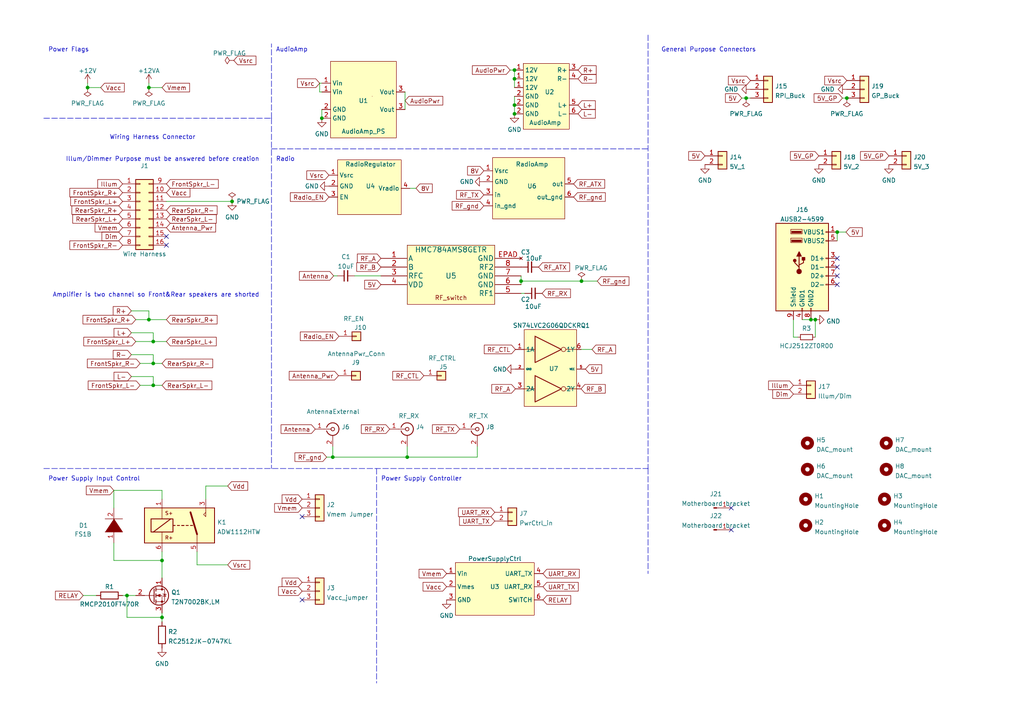
<source format=kicad_sch>
(kicad_sch (version 20211123) (generator eeschema)
  (paper "A4")
  (lib_symbols
    (symbol "Connector:Conn_01x01_Male" (pin_names (offset 1.016) hide)
      (property "Reference" "J" (at 0 2.54 0))
      (property "Value" "Conn_01x01_Male" (at 0 -2.54 0))
      (symbol "Conn_01x01_Male_1_1"
        (polyline (pts (xy 1.27 0) (xy 0.8636 0)) (stroke (width 0.1524)))
        (rectangle (start 0.8636 0.127) (end 0 -0.127) (stroke (width 0.1524)) (fill (type outline)))
        (pin passive line (at 5.08 0 180) (length 3.81) (name "Pin_1") (number "1"))
      )
    )
    (symbol "Connector:Conn_Coaxial" (pin_names (offset 1.016) hide)
      (property "Reference" "J" (at 0.254 3.048 0))
      (property "Value" "Conn_Coaxial" (at 2.921 0 90))
      (symbol "Conn_Coaxial_0_1"
        (arc (start -1.778 -0.508) (mid 0.222 -1.808) (end 1.778 0) (stroke (width 0.254)))
        (polyline (pts (xy -2.54 0) (xy -0.508 0)))
        (polyline (pts (xy 0 -2.54) (xy 0 -1.778)))
        (circle (center 0 0) (radius 0.508) (stroke (width 0.2032)))
        (arc (start 1.778 0) (mid 0.222 1.8083) (end -1.778 0.508) (stroke (width 0.254)))
      )
      (symbol "Conn_Coaxial_1_1"
        (pin passive line (at -5.08 0 0) (length 2.54) (name "In") (number "1"))
        (pin passive line (at 0 -5.08 90) (length 2.54) (name "Ext") (number "2"))
      )
    )
    (symbol "Connector:USB_A_Stacked" (pin_names (offset 1.016))
      (property "Reference" "J" (at 0 15.875 0))
      (property "Value" "USB_A_Stacked" (at 0 13.97 0))
      (symbol "USB_A_Stacked_0_1"
        (rectangle (start -7.62 12.7) (end 7.62 -12.7) (stroke (width 0.254)) (fill (type background)))
        (circle (center -2.159 1.905) (radius 0.381) (stroke (width 0.254)) (fill (type outline)))
        (circle (center -0.889 -1.27) (radius 0.635) (stroke (width 0.254)) (fill (type outline)))
        (rectangle (start -0.254 7.366) (end -3.048 7.874) (fill (type outline)))
        (rectangle (start -0.254 9.906) (end -3.048 10.414) (fill (type outline)))
        (rectangle (start -0.127 -12.7) (end 0.127 -11.938))
        (polyline (pts (xy -1.524 3.175) (xy -0.254 3.175) (xy -0.889 4.445) (xy -1.524 3.175)) (stroke (width 0.254)) (fill (type outline)))
        (polyline (pts (xy -0.889 -0.635) (xy -0.889 0) (xy -2.159 1.27) (xy -2.159 1.905)) (stroke (width 0.254)))
        (polyline (pts (xy -0.889 0) (xy -0.889 0.635) (xy 0.381 1.27) (xy 0.381 2.54)) (stroke (width 0.254)))
        (rectangle (start 0 2.794) (end 0.762 2.032) (stroke (width 0.254)) (fill (type outline)))
        (rectangle (start 0 7.112) (end -3.302 8.382))
        (rectangle (start 0 9.652) (end -3.302 10.922))
        (rectangle (start 2.413 -12.7) (end 2.667 -11.938))
        (rectangle (start 7.62 -5.207) (end 6.858 -4.953))
        (rectangle (start 7.62 -2.667) (end 6.858 -2.413))
        (rectangle (start 7.62 -0.127) (end 6.858 0.127))
        (rectangle (start 7.62 2.413) (end 6.858 2.667))
        (rectangle (start 7.62 7.493) (end 6.858 7.747))
        (rectangle (start 7.62 10.033) (end 6.858 10.287))
      )
      (symbol "USB_A_Stacked_1_1"
        (polyline (pts (xy -0.889 0.635) (xy -0.889 3.175)) (stroke (width 0.254)))
        (pin power_in line (at 10.16 10.16 180) (length 2.54) (name "VBUS1") (number "1"))
        (pin bidirectional line (at 10.16 0 180) (length 2.54) (name "D1-") (number "2"))
        (pin bidirectional line (at 10.16 2.54 180) (length 2.54) (name "D1+") (number "3"))
        (pin power_in line (at 0 -15.24 90) (length 2.54) (name "GND1") (number "4"))
        (pin power_in line (at 10.16 7.62 180) (length 2.54) (name "VBUS2") (number "5"))
        (pin bidirectional line (at 10.16 -5.08 180) (length 2.54) (name "D2-") (number "6"))
        (pin bidirectional line (at 10.16 -2.54 180) (length 2.54) (name "D2+") (number "7"))
        (pin power_in line (at 2.54 -15.24 90) (length 2.54) (name "GND2") (number "8"))
        (pin passive line (at -2.54 -15.24 90) (length 2.54) (name "Shield") (number "9"))
      )
    )
    (symbol "Connector_Generic:Conn_01x01" (pin_names (offset 1.016) hide)
      (property "Reference" "J" (at 0 2.54 0))
      (property "Value" "Conn_01x01" (at 0 -2.54 0))
      (symbol "Conn_01x01_1_1"
        (rectangle (start -1.27 0.127) (end 0 -0.127) (stroke (width 0.1524)))
        (rectangle (start -1.27 1.27) (end 1.27 -1.27) (stroke (width 0.254)) (fill (type background)))
        (pin passive line (at -5.08 0 0) (length 3.81) (name "Pin_1") (number "1"))
      )
    )
    (symbol "Connector_Generic:Conn_01x02" (pin_names (offset 1.016) hide)
      (property "Reference" "J" (at 0 2.54 0))
      (property "Value" "Conn_01x02" (at 0 -5.08 0))
      (symbol "Conn_01x02_1_1"
        (rectangle (start -1.27 -2.413) (end 0 -2.667) (stroke (width 0.1524)))
        (rectangle (start -1.27 0.127) (end 0 -0.127) (stroke (width 0.1524)))
        (rectangle (start -1.27 1.27) (end 1.27 -3.81) (stroke (width 0.254)) (fill (type background)))
        (pin passive line (at -5.08 0 0) (length 3.81) (name "Pin_1") (number "1"))
        (pin passive line (at -5.08 -2.54 0) (length 3.81) (name "Pin_2") (number "2"))
      )
    )
    (symbol "Connector_Generic:Conn_01x03" (pin_names (offset 1.016) hide)
      (property "Reference" "J" (at 0 5.08 0))
      (property "Value" "Conn_01x03" (at 0 -5.08 0))
      (symbol "Conn_01x03_1_1"
        (rectangle (start -1.27 -2.413) (end 0 -2.667) (stroke (width 0.1524)))
        (rectangle (start -1.27 0.127) (end 0 -0.127) (stroke (width 0.1524)))
        (rectangle (start -1.27 2.667) (end 0 2.413) (stroke (width 0.1524)))
        (rectangle (start -1.27 3.81) (end 1.27 -3.81) (stroke (width 0.254)) (fill (type background)))
        (pin passive line (at -5.08 2.54 0) (length 3.81) (name "Pin_1") (number "1"))
        (pin passive line (at -5.08 0 0) (length 3.81) (name "Pin_2") (number "2"))
        (pin passive line (at -5.08 -2.54 0) (length 3.81) (name "Pin_3") (number "3"))
      )
    )
    (symbol "Connector_Generic:Conn_02x08_Top_Bottom" (pin_names (offset 1.016) hide)
      (property "Reference" "J" (at 1.27 10.16 0))
      (property "Value" "Conn_02x08_Top_Bottom" (at 1.27 -12.7 0))
      (symbol "Conn_02x08_Top_Bottom_1_1"
        (rectangle (start -1.27 -10.033) (end 0 -10.287) (stroke (width 0.1524)))
        (rectangle (start -1.27 -7.493) (end 0 -7.747) (stroke (width 0.1524)))
        (rectangle (start -1.27 -4.953) (end 0 -5.207) (stroke (width 0.1524)))
        (rectangle (start -1.27 -2.413) (end 0 -2.667) (stroke (width 0.1524)))
        (rectangle (start -1.27 0.127) (end 0 -0.127) (stroke (width 0.1524)))
        (rectangle (start -1.27 2.667) (end 0 2.413) (stroke (width 0.1524)))
        (rectangle (start -1.27 5.207) (end 0 4.953) (stroke (width 0.1524)))
        (rectangle (start -1.27 7.747) (end 0 7.493) (stroke (width 0.1524)))
        (rectangle (start -1.27 8.89) (end 3.81 -11.43) (stroke (width 0.254)) (fill (type background)))
        (rectangle (start 3.81 -10.033) (end 2.54 -10.287) (stroke (width 0.1524)))
        (rectangle (start 3.81 -7.493) (end 2.54 -7.747) (stroke (width 0.1524)))
        (rectangle (start 3.81 -4.953) (end 2.54 -5.207) (stroke (width 0.1524)))
        (rectangle (start 3.81 -2.413) (end 2.54 -2.667) (stroke (width 0.1524)))
        (rectangle (start 3.81 0.127) (end 2.54 -0.127) (stroke (width 0.1524)))
        (rectangle (start 3.81 2.667) (end 2.54 2.413) (stroke (width 0.1524)))
        (rectangle (start 3.81 5.207) (end 2.54 4.953) (stroke (width 0.1524)))
        (rectangle (start 3.81 7.747) (end 2.54 7.493) (stroke (width 0.1524)))
        (pin passive line (at -5.08 7.62 0) (length 3.81) (name "Pin_1") (number "1"))
        (pin passive line (at 7.62 5.08 180) (length 3.81) (name "Pin_10") (number "10"))
        (pin passive line (at 7.62 2.54 180) (length 3.81) (name "Pin_11") (number "11"))
        (pin passive line (at 7.62 0 180) (length 3.81) (name "Pin_12") (number "12"))
        (pin passive line (at 7.62 -2.54 180) (length 3.81) (name "Pin_13") (number "13"))
        (pin passive line (at 7.62 -5.08 180) (length 3.81) (name "Pin_14") (number "14"))
        (pin passive line (at 7.62 -7.62 180) (length 3.81) (name "Pin_15") (number "15"))
        (pin passive line (at 7.62 -10.16 180) (length 3.81) (name "Pin_16") (number "16"))
        (pin passive line (at -5.08 5.08 0) (length 3.81) (name "Pin_2") (number "2"))
        (pin passive line (at -5.08 2.54 0) (length 3.81) (name "Pin_3") (number "3"))
        (pin passive line (at -5.08 0 0) (length 3.81) (name "Pin_4") (number "4"))
        (pin passive line (at -5.08 -2.54 0) (length 3.81) (name "Pin_5") (number "5"))
        (pin passive line (at -5.08 -5.08 0) (length 3.81) (name "Pin_6") (number "6"))
        (pin passive line (at -5.08 -7.62 0) (length 3.81) (name "Pin_7") (number "7"))
        (pin passive line (at -5.08 -10.16 0) (length 3.81) (name "Pin_8") (number "8"))
        (pin passive line (at 7.62 7.62 180) (length 3.81) (name "Pin_9") (number "9"))
      )
    )
    (symbol "Custom:AudioAmp"
      (property "Reference" "U" (at 0 8.89 0))
      (property "Value" "AudioAmp" (at 0 -9.525 0))
      (symbol "AudioAmp_0_1"
        (rectangle (start -6.35 8.255) (end 6.985 -10.795) (stroke (width 0.1524)) (fill (type background)))
      )
      (symbol "AudioAmp_1_1"
        (pin power_in line (at -8.89 1.27 0) (length 2.54) (name "12V") (number "1"))
        (pin power_in line (at -8.89 3.81 0) (length 2.54) (name "12V") (number "1"))
        (pin power_in line (at -8.89 6.35 0) (length 2.54) (name "12V") (number "1"))
        (pin power_in line (at -8.89 -6.35 0) (length 2.54) (name "GND") (number "2"))
        (pin power_in line (at -8.89 -3.81 0) (length 2.54) (name "GND") (number "2"))
        (pin power_in line (at -8.89 -1.27 0) (length 2.54) (name "GND") (number "2"))
        (pin unspecified line (at 9.525 6.35 180) (length 2.54) (name "R+") (number "3"))
        (pin unspecified line (at 9.525 3.81 180) (length 2.54) (name "R-") (number "4"))
        (pin unspecified line (at 9.525 -3.81 180) (length 2.54) (name "L+") (number "5"))
        (pin unspecified line (at 9.525 -6.35 180) (length 2.54) (name "L-") (number "6"))
      )
    )
    (symbol "Custom:AudioAmp_PS"
      (property "Reference" "U" (at 0 9.525 0))
      (property "Value" "AudioAmp_PS" (at -0.635 -8.255 0))
      (symbol "AudioAmp_PS_0_1"
        (rectangle (start -9.525 11.43) (end 9.525 -10.795) (stroke (width 0.1524)) (fill (type background)))
        (rectangle (start 2.54 1.27) (end 2.54 1.27) (stroke (width 0.1524)))
      )
      (symbol "AudioAmp_PS_1_1"
        (pin power_in line (at -12.065 2.54 0) (length 2.54) (name "Vin") (number "1"))
        (pin power_in line (at -12.065 5.08 0) (length 2.54) (name "Vin") (number "1"))
        (pin power_in line (at -12.065 -5.08 0) (length 2.54) (name "GND") (number "2"))
        (pin power_in line (at -12.065 -2.54 0) (length 2.54) (name "GND") (number "2"))
        (pin power_in line (at 12.065 -2.54 180) (length 2.54) (name "Vout") (number "3"))
        (pin power_out line (at 12.065 2.54 180) (length 2.54) (name "Vout") (number "3"))
      )
    )
    (symbol "Custom:HMC784AMS8GETR" (pin_names (offset 0.254))
      (property "Reference" "U5" (at 20.32 -5.08 0))
      (property "Value" "HMC784AMS8GETR" (at 20.32 2.54 0))
      (symbol "HMC784AMS8GETR_0_0"
        (text "RF_switch" (at 20.32 -11.43 0) (effects (font (size 1.27 1.27))))
      )
      (symbol "HMC784AMS8GETR_1_1"
        (rectangle (start 7.62 3.81) (end 33.02 -13.335) (stroke (width 0.1524)) (fill (type background)))
        (pin input line (at 0 0 0) (length 7.62) (name "A") (number "1"))
        (pin input line (at 0 -2.54 0) (length 7.62) (name "B") (number "2"))
        (pin output line (at 0 -5.08 0) (length 7.62) (name "RFC") (number "3"))
        (pin power_in line (at 0 -7.62 0) (length 7.62) (name "VDD") (number "4"))
        (pin bidirectional line (at 40.64 -10.16 180) (length 7.62) (name "RF1") (number "5"))
        (pin power_in line (at 40.64 -7.62 180) (length 7.62) (name "GND") (number "6"))
        (pin power_in line (at 40.64 -5.08 180) (length 7.62) (name "GND") (number "7"))
        (pin bidirectional line (at 40.64 -2.54 180) (length 7.62) (name "RF2") (number "8"))
        (pin no_connect line (at 40.64 0 180) (length 7.62) (name "GND") (number "EPAD"))
      )
    )
    (symbol "Custom:PowerSupplyCtrl"
      (property "Reference" "U3" (at 0 0 0))
      (property "Value" "PowerSupplyCtrl" (at 0 8.1256 0))
      (symbol "PowerSupplyCtrl_0_1"
        (rectangle (start -11.43 6.985) (end 11.43 -8.255) (stroke (width 0.1524)) (fill (type background)))
      )
      (symbol "PowerSupplyCtrl_1_1"
        (pin power_in line (at -13.97 3.81 0) (length 2.54) (name "Vin") (number "1"))
        (pin power_in line (at -13.97 0 0) (length 2.54) (name "Vmes") (number "2"))
        (pin power_in line (at -13.97 -3.81 0) (length 2.54) (name "GND") (number "3"))
        (pin unspecified line (at 13.97 3.81 180) (length 2.54) (name "UART_TX") (number "4"))
        (pin unspecified line (at 13.97 0 180) (length 2.54) (name "UART_RX") (number "5"))
        (pin unspecified line (at 13.97 -3.81 180) (length 2.54) (name "SWITCH") (number "6"))
      )
    )
    (symbol "Custom:RadioAmp"
      (property "Reference" "U" (at -0.635 3.81 0))
      (property "Value" "RadioAmp" (at -0.635 7.62 0))
      (symbol "RadioAmp_0_1"
        (rectangle (start -11.43 9.525) (end 9.525 -8.255) (stroke (width 0.1524)) (fill (type background)))
      )
      (symbol "RadioAmp_1_1"
        (pin power_in line (at -13.97 5.715 0) (length 2.54) (name "Vsrc") (number "1"))
        (pin power_in line (at -13.97 2.54 0) (length 2.54) (name "GND") (number "2"))
        (pin unspecified line (at -13.97 -1.27 0) (length 2.54) (name "in") (number "3"))
        (pin unspecified line (at -13.97 -4.445 0) (length 2.54) (name "in_gnd") (number "4"))
        (pin unspecified line (at 12.065 1.905 180) (length 2.54) (name "out") (number "5"))
        (pin unspecified line (at 12.065 -1.905 180) (length 2.54) (name "out_gnd") (number "6"))
      )
    )
    (symbol "Custom:RadioRegulator"
      (property "Reference" "U4" (at 0 0 0))
      (property "Value" "RadioRegulator" (at 0 6.35 0))
      (symbol "RadioRegulator_0_1"
        (rectangle (start -9.525 7.62) (end 8.89 -8.255) (stroke (width 0.1524)) (fill (type background)))
      )
      (symbol "RadioRegulator_1_1"
        (pin power_in line (at -12.065 3.175 0) (length 2.54) (name "Vsrc") (number "1"))
        (pin power_in line (at -12.065 0 0) (length 2.54) (name "GND") (number "2"))
        (pin input line (at -12.065 -3.175 0) (length 2.54) (name "EN") (number "3"))
        (pin power_out line (at 11.43 -0.635 180) (length 2.54) (name "Vradio") (number "4"))
      )
    )
    (symbol "Device:C_Small" (pin_numbers hide) (pin_names (offset 0.254) hide)
      (property "Reference" "C" (at 0.254 1.778 0))
      (property "Value" "C_Small" (at 0.254 -2.032 0))
      (symbol "C_Small_0_1"
        (polyline (pts (xy -1.524 -0.508) (xy 1.524 -0.508)) (stroke (width 0.3302)))
        (polyline (pts (xy -1.524 0.508) (xy 1.524 0.508)) (stroke (width 0.3048)))
      )
      (symbol "C_Small_1_1"
        (pin passive line (at 0 2.54 270) (length 2.032) (name "~") (number "1"))
        (pin passive line (at 0 -2.54 90) (length 2.032) (name "~") (number "2"))
      )
    )
    (symbol "Device:Q_NMOS_DGS" (pin_names (offset 0) hide)
      (property "Reference" "Q" (at 5.08 1.27 0))
      (property "Value" "Q_NMOS_DGS" (at 5.08 -1.27 0))
      (symbol "Q_NMOS_DGS_0_1"
        (polyline (pts (xy 0.254 0) (xy -2.54 0)))
        (polyline (pts (xy 0.254 1.905) (xy 0.254 -1.905)) (stroke (width 0.254)))
        (polyline (pts (xy 0.762 -1.27) (xy 0.762 -2.286)) (stroke (width 0.254)))
        (polyline (pts (xy 0.762 0.508) (xy 0.762 -0.508)) (stroke (width 0.254)))
        (polyline (pts (xy 0.762 2.286) (xy 0.762 1.27)) (stroke (width 0.254)))
        (polyline (pts (xy 2.54 2.54) (xy 2.54 1.778)))
        (polyline (pts (xy 2.54 -2.54) (xy 2.54 0) (xy 0.762 0)))
        (polyline (pts (xy 0.762 -1.778) (xy 3.302 -1.778) (xy 3.302 1.778) (xy 0.762 1.778)))
        (polyline (pts (xy 1.016 0) (xy 2.032 0.381) (xy 2.032 -0.381) (xy 1.016 0)) (fill (type outline)))
        (polyline (pts (xy 2.794 0.508) (xy 2.921 0.381) (xy 3.683 0.381) (xy 3.81 0.254)))
        (polyline (pts (xy 3.302 0.381) (xy 2.921 -0.254) (xy 3.683 -0.254) (xy 3.302 0.381)))
        (circle (center 1.651 0) (radius 2.794) (stroke (width 0.254)))
        (circle (center 2.54 -1.778) (radius 0.254) (fill (type outline)))
        (circle (center 2.54 1.778) (radius 0.254) (fill (type outline)))
      )
      (symbol "Q_NMOS_DGS_1_1"
        (pin passive line (at 2.54 5.08 270) (length 2.54) (name "D") (number "1"))
        (pin input line (at -5.08 0 0) (length 2.54) (name "G") (number "2"))
        (pin passive line (at 2.54 -5.08 90) (length 2.54) (name "S") (number "3"))
      )
    )
    (symbol "Device:R" (pin_numbers hide) (pin_names (offset 0))
      (property "Reference" "R" (at 2.032 0 90))
      (property "Value" "R" (at 0 0 90))
      (symbol "R_0_1"
        (rectangle (start -1.016 -2.54) (end 1.016 2.54) (stroke (width 0.254)))
      )
      (symbol "R_1_1"
        (pin passive line (at 0 3.81 270) (length 1.27) (name "~") (number "1"))
        (pin passive line (at 0 -3.81 90) (length 1.27) (name "~") (number "2"))
      )
    )
    (symbol "Device:R_Small" (pin_numbers hide) (pin_names (offset 0.254) hide)
      (property "Reference" "R" (at 0.762 0.508 0))
      (property "Value" "R_Small" (at 0.762 -1.016 0))
      (symbol "R_Small_0_1"
        (rectangle (start -0.762 1.778) (end 0.762 -1.778) (stroke (width 0.2032)))
      )
      (symbol "R_Small_1_1"
        (pin passive line (at 0 2.54 270) (length 0.762) (name "~") (number "1"))
        (pin passive line (at 0 -2.54 90) (length 0.762) (name "~") (number "2"))
      )
    )
    (symbol "Mechanical:MountingHole" (pin_names (offset 1.016))
      (property "Reference" "H" (at 0 5.08 0))
      (property "Value" "MountingHole" (at 0 3.175 0))
      (symbol "MountingHole_0_1"
        (circle (center 0 0) (radius 1.27) (stroke (width 1.27)))
      )
    )
    (symbol "NC7SVU04P5X_1"
      (property "Reference" "U?" (at 3.81 -5.715 0))
      (property "Value" "NC7SVU04P5X_1" (at 1.905 11.43 0))
      (symbol "NC7SVU04P5X_1_0_1"
        (rectangle (start -5.715 5.715) (end 9.525 -16.51) (stroke (width 0.1524)) (fill (type background)))
        (polyline (pts (xy -5.715 -11.43) (xy -2.54 -11.43)) (stroke (width 0.1524)))
        (polyline (pts (xy -5.715 0) (xy -2.54 0)) (stroke (width 0.1524)))
        (polyline (pts (xy 6.35 -11.43) (xy 9.525 -11.43)) (stroke (width 0.1524)))
        (polyline (pts (xy 6.35 0) (xy 9.525 0)) (stroke (width 0.1524)))
        (polyline (pts (xy -2.54 -7.62) (xy -2.54 -15.24) (xy 5.08 -11.43) (xy -2.54 -7.62)) (stroke (width 0.254)) (fill (type background)))
        (polyline (pts (xy -2.54 3.81) (xy -2.54 -3.81) (xy 5.08 0) (xy -2.54 3.81)) (stroke (width 0.254)) (fill (type background)))
        (circle (center 5.715 -11.43) (radius 0.635))
        (circle (center 5.715 0) (radius 0.635))
      )
      (symbol "NC7SVU04P5X_1_1_1"
        (pin input line (at -8.255 0 0) (length 2.54) (name "1A") (number "1"))
        (pin power_in line (at -8.255 -5.715 0) (length 2.54) (name "GND") (number "2"))
        (pin input line (at -8.255 -11.43 0) (length 2.54) (name "2A") (number "3"))
        (pin output line (at 10.795 -11.43 180) (length 1.27) (name "2Y") (number "4"))
        (pin power_in line (at 12.065 -5.715 180) (length 2.54) (name "VCC") (number "5"))
        (pin output line (at 10.795 0 180) (length 1.27) (name "1Y") (number "6"))
      )
    )
    (symbol "Relay:ADW11"
      (property "Reference" "K" (at 11.43 3.81 0))
      (property "Value" "ADW11" (at 13.97 1.27 0))
      (symbol "ADW11_1_1"
        (rectangle (start -10.16 5.08) (end 10.16 -5.08) (stroke (width 0.254)) (fill (type background)))
        (rectangle (start -8.255 1.905) (end -1.905 -1.905) (stroke (width 0.254)))
        (polyline (pts (xy -7.62 -1.905) (xy -2.54 1.905)) (stroke (width 0.254)))
        (polyline (pts (xy -5.08 -5.08) (xy -5.08 -1.905)))
        (polyline (pts (xy -5.08 5.08) (xy -5.08 1.905)))
        (polyline (pts (xy -1.905 0) (xy -1.27 0)) (stroke (width 0.254)))
        (polyline (pts (xy -0.635 0) (xy 0 0)) (stroke (width 0.254)))
        (polyline (pts (xy 0.635 0) (xy 1.27 0)) (stroke (width 0.254)))
        (polyline (pts (xy 0.635 0) (xy 1.27 0)) (stroke (width 0.254)))
        (polyline (pts (xy 1.905 0) (xy 2.54 0)) (stroke (width 0.254)))
        (polyline (pts (xy 3.175 0) (xy 3.81 0)) (stroke (width 0.254)))
        (polyline (pts (xy 5.08 -2.54) (xy 3.175 3.81)) (stroke (width 0.508)))
        (polyline (pts (xy 5.08 -2.54) (xy 5.08 -5.08)))
        (polyline (pts (xy 7.62 3.81) (xy 7.62 5.08)))
        (polyline (pts (xy 7.62 3.81) (xy 7.62 2.54) (xy 6.985 3.175) (xy 7.62 3.81)))
        (text "R+" (at -3.048 -3.556 0) (effects (font (size 1.016 1.016))))
        (text "S+" (at -3.048 3.556 0) (effects (font (size 1.016 1.016))))
        (pin passive line (at -5.08 7.62 270) (length 2.54) (name "~") (number "1"))
        (pin passive line (at 7.62 7.62 270) (length 2.54) (name "~") (number "3"))
        (pin passive line (at 5.08 -7.62 90) (length 2.54) (name "~") (number "5"))
        (pin passive line (at -5.08 -7.62 90) (length 2.54) (name "~") (number "6"))
      )
    )
    (symbol "power:+12V" (power) (pin_names (offset 0))
      (property "Value" "+12V" (at 0 3.556 0))
      (symbol "+12V_0_1"
        (polyline (pts (xy -0.762 1.27) (xy 0 2.54)))
        (polyline (pts (xy 0 0) (xy 0 2.54)))
        (polyline (pts (xy 0 2.54) (xy 0.762 1.27)))
      )
      (symbol "+12V_1_1"
        (pin power_in line (at 0 0 90) (length 0) hide (name "+12V") (number "1"))
      )
    )
    (symbol "power:+12VA" (power) (pin_names (offset 0))
      (property "Value" "+12VA" (at 0 3.556 0))
      (symbol "+12VA_0_1"
        (polyline (pts (xy -0.762 1.27) (xy 0 2.54)))
        (polyline (pts (xy 0 0) (xy 0 2.54)))
        (polyline (pts (xy 0 2.54) (xy 0.762 1.27)))
      )
      (symbol "+12VA_1_1"
        (pin power_in line (at 0 0 90) (length 0) hide (name "+12VA") (number "1"))
      )
    )
    (symbol "power:GND" (power) (pin_names (offset 0))
      (property "Value" "GND" (at 0 -3.81 0))
      (symbol "GND_0_1"
        (polyline (pts (xy 0 0) (xy 0 -1.27) (xy 1.27 -1.27) (xy 0 -2.54) (xy -1.27 -1.27) (xy 0 -1.27)))
      )
      (symbol "GND_1_1"
        (pin power_in line (at 0 0 270) (length 0) hide (name "GND") (number "1"))
      )
    )
    (symbol "power:PWR_FLAG" (power) (pin_numbers hide) (pin_names (offset 0) hide)
      (property "Value" "PWR_FLAG" (at 0 3.81 0))
      (symbol "PWR_FLAG_0_0"
        (pin power_out line (at 0 0 90) (length 0) (name "pwr") (number "1"))
      )
      (symbol "PWR_FLAG_0_1"
        (polyline (pts (xy 0 0) (xy 0 1.27) (xy -1.016 1.905) (xy 0 2.54) (xy 1.016 1.905) (xy 0 1.27)))
      )
    )
    (symbol "pspice:DIODE" (pin_names (offset 1.016) hide)
      (property "Reference" "D" (at 0 3.81 0))
      (property "Value" "DIODE" (at 0 -4.445 0))
      (symbol "DIODE_0_1"
        (polyline (pts (xy 1.905 2.54) (xy 1.905 -2.54)))
        (polyline (pts (xy -1.905 2.54) (xy -1.905 -2.54) (xy 1.905 0)) (fill (type outline)))
      )
      (symbol "DIODE_1_1"
        (pin input line (at -5.08 0 0) (length 3.81) (name "K") (number "1"))
        (pin input line (at 5.08 0 180) (length 3.81) (name "A") (number "2"))
      )
    )
  )
  (junction (at 44.45 99.06))
  (junction (at 149.225 33.02))
  (junction (at 235.204 92.71))
  (junction (at 216.408 28.448))
  (junction (at 149.225 22.86))
  (junction (at 242.824 67.31))
  (junction (at 43.18 92.71))
  (junction (at 36.83 172.72))
  (junction (at 168.656 81.534))
  (junction (at 236.474 92.71))
  (junction (at 149.225 30.48))
  (junction (at 96.52 132.588))
  (junction (at 43.18 25.4))
  (junction (at 44.45 105.41))
  (junction (at 25.4 25.4))
  (junction (at 118.11 132.588))
  (junction (at 245.618 28.448))
  (junction (at 46.99 179.07))
  (junction (at 46.99 162.56))
  (junction (at 149.225 20.32))
  (junction (at 67.31 58.42))
  (junction (at 44.45 111.76))
  (junction (at 93.345 34.29))
  (junction (at 151.13 81.534))
  (no_connect (at 242.824 80.01))
  (no_connect (at 48.26 68.58))
  (no_connect (at 48.26 71.12))
  (no_connect (at 87.63 173.99))
  (no_connect (at 212.09 147.32))
  (no_connect (at 212.09 153.67))
  (no_connect (at 242.824 82.55))
  (no_connect (at 87.63 149.86))
  (no_connect (at 242.824 74.93))
  (no_connect (at 242.824 77.47))
  (wire (pts (xy 46.99 160.02) (xy 46.99 162.56)))
  (wire (pts (xy 44.45 105.41) (xy 46.99 105.41)))
  (wire (pts (xy 36.83 179.07) (xy 46.99 179.07)))
  (wire (pts (xy 39.37 99.06) (xy 44.45 99.06)))
  (wire (pts (xy 38.1 96.52) (xy 44.45 96.52)))
  (wire (pts (xy 38.1 90.17) (xy 43.18 90.17)))
  (wire (pts (xy 40.64 111.76) (xy 44.45 111.76)))
  (wire (pts (xy 149.225 30.48) (xy 149.225 33.02)))
  (polyline (pts (xy 187.96 10.16) (xy 187.96 54.61)))
  (wire (pts (xy 44.45 99.06) (xy 48.26 99.06)))
  (wire (pts (xy 149.225 22.86) (xy 149.225 25.4)))
  (wire (pts (xy 120.65 54.61) (xy 118.8979 54.621)))
  (wire (pts (xy 46.99 142.24) (xy 46.99 144.78)))
  (wire (pts (xy 57.15 163.83) (xy 66.04 163.83)))
  (wire (pts (xy 149.225 27.94) (xy 149.225 30.48)))
  (wire (pts (xy 147.955 20.32) (xy 149.225 20.32)))
  (polyline (pts (xy 78.74 34.29) (xy 78.74 12.7)))
  (wire (pts (xy 25.4 24.13) (xy 25.4 25.4)))
  (wire (pts (xy 216.408 28.448) (xy 217.678 28.448)))
  (wire (pts (xy 244.348 28.448) (xy 245.618 28.448)))
  (polyline (pts (xy 78.74 34.29) (xy 78.74 135.89)))
  (wire (pts (xy 43.18 90.17) (xy 43.18 92.71)))
  (wire (pts (xy 33.02 162.56) (xy 46.99 162.56)))
  (wire (pts (xy 96.52 132.588) (xy 118.11 132.588)))
  (polyline (pts (xy 187.96 135.89) (xy 187.96 166.37)))
  (wire (pts (xy 152.178 85.09) (xy 151.13 85.09)))
  (wire (pts (xy 215.138 28.448) (xy 216.408 28.448)))
  (wire (pts (xy 24.13 172.72) (xy 27.94 172.72)))
  (wire (pts (xy 149.225 20.32) (xy 149.225 22.86)))
  (wire (pts (xy 46.99 162.56) (xy 46.99 167.64)))
  (wire (pts (xy 245.364 67.31) (xy 242.824 67.31)))
  (wire (pts (xy 93.345 31.75) (xy 93.345 34.29)))
  (wire (pts (xy 59.69 140.97) (xy 59.69 144.78)))
  (wire (pts (xy 117.475 26.67) (xy 117.475 31.75)))
  (wire (pts (xy 96.774 80.01) (xy 97.79 80.01)))
  (wire (pts (xy 44.45 96.52) (xy 44.45 99.06)))
  (wire (pts (xy 25.4 25.4) (xy 29.21 25.4)))
  (wire (pts (xy 232.664 92.71) (xy 235.204 92.71)))
  (wire (pts (xy 48.26 58.42) (xy 67.31 58.42)))
  (polyline (pts (xy 187.96 54.61) (xy 187.96 135.89)))
  (wire (pts (xy 57.15 160.02) (xy 57.15 163.83)))
  (wire (pts (xy 33.02 147.32) (xy 33.02 142.24)))
  (wire (pts (xy 44.45 111.76) (xy 46.99 111.76)))
  (wire (pts (xy 33.02 142.24) (xy 46.99 142.24)))
  (wire (pts (xy 230.124 92.71) (xy 230.124 97.79)))
  (wire (pts (xy 242.824 67.31) (xy 242.824 69.85)))
  (wire (pts (xy 96.52 132.588) (xy 96.52 129.54)))
  (wire (pts (xy 40.64 105.41) (xy 44.45 105.41)))
  (wire (pts (xy 43.18 25.4) (xy 46.99 25.4)))
  (wire (pts (xy 38.1 102.87) (xy 44.45 102.87)))
  (wire (pts (xy 151.13 81.534) (xy 168.656 81.534)))
  (wire (pts (xy 171.704 101.346) (xy 168.529 101.346)))
  (polyline (pts (xy 12.7 34.29) (xy 78.74 34.29)))
  (wire (pts (xy 46.99 177.8) (xy 46.99 179.07)))
  (wire (pts (xy 235.204 92.71) (xy 236.474 92.71)))
  (wire (pts (xy 236.474 92.71) (xy 236.474 97.79)))
  (wire (pts (xy 66.04 140.97) (xy 59.69 140.97)))
  (wire (pts (xy 36.83 172.72) (xy 36.83 179.07)))
  (wire (pts (xy 36.83 172.72) (xy 39.37 172.72)))
  (wire (pts (xy 151.13 81.534) (xy 151.13 82.55)))
  (wire (pts (xy 230.124 97.79) (xy 231.394 97.79)))
  (wire (pts (xy 92.71 24.13) (xy 93.345 24.13)))
  (wire (pts (xy 44.45 102.87) (xy 44.45 105.41)))
  (wire (pts (xy 118.11 132.588) (xy 138.43 132.588)))
  (wire (pts (xy 151.13 80.01) (xy 151.13 81.534)))
  (wire (pts (xy 46.99 179.07) (xy 46.99 180.34)))
  (wire (pts (xy 138.43 132.588) (xy 138.43 129.54)))
  (wire (pts (xy 33.02 157.48) (xy 33.02 162.56)))
  (wire (pts (xy 39.37 92.71) (xy 43.18 92.71)))
  (wire (pts (xy 102.87 80.01) (xy 110.49 80.01)))
  (wire (pts (xy 43.18 24.13) (xy 43.18 25.4)))
  (wire (pts (xy 44.45 109.22) (xy 44.45 111.76)))
  (wire (pts (xy 92.71 26.67) (xy 93.345 26.67)))
  (wire (pts (xy 168.656 81.534) (xy 173.228 81.534)))
  (wire (pts (xy 92.71 24.13) (xy 92.71 26.67)))
  (wire (pts (xy 35.56 172.72) (xy 36.83 172.72)))
  (polyline (pts (xy 109.22 135.89) (xy 109.22 198.12)))
  (wire (pts (xy 157.226 85.09) (xy 157.258 85.09)))
  (polyline (pts (xy 78.74 43.18) (xy 187.96 43.18)))
  (polyline (pts (xy 12.7 135.89) (xy 187.96 135.89)))
  (wire (pts (xy 43.18 92.71) (xy 48.26 92.71)))
  (wire (pts (xy 38.1 109.22) (xy 44.45 109.22)))
  (wire (pts (xy 118.11 132.588) (xy 118.11 129.54)))
  (wire (pts (xy 94.742 132.588) (xy 96.52 132.588)))
  (text "General Purpose Connectors" (at 191.77 15.24 0) (effects (font (size 1.27 1.27)) (justify left bottom)))
  (text "Power Flags" (at 13.97 15.24 0) (effects (font (size 1.27 1.27)) (justify left bottom)))
  (text "Illum/Dimmer Purpose must be answered before creation" (at 19.05 46.99 0) (effects (font (size 1.27 1.27)) (justify left bottom)))
  (text "Radio" (at 80.01 46.99 0) (effects (font (size 1.27 1.27)) (justify left bottom)))
  (text "Power Supply Input Control" (at 13.97 139.7 0) (effects (font (size 1.27 1.27)) (justify left bottom)))
  (text "Power Supply Controller" (at 110.49 139.7 0) (effects (font (size 1.27 1.27)) (justify left bottom)))
  (text "Wiring Harness Connector" (at 31.75 40.64 0) (effects (font (size 1.27 1.27)) (justify left bottom)))
  (text "AudioAmp" (at 80.01 15.24 0) (effects (font (size 1.27 1.27)) (justify left bottom)))
  (text "Amplifier is two channel so Front&Rear speakers are shorted" (at 15.24 86.36 0) (effects (font (size 1.27 1.27)) (justify left bottom)))
  (global_label "Vacc" (shape input) (at 129.54 170.18 180) (property "Intersheet References" "${INTERSHEET_REFS}" (effects hide)))
  (global_label "5V" (shape input) (at 110.49 82.55 180) (property "Intersheet References" "${INTERSHEET_REFS}" (effects hide)))
  (global_label "RF_RX" (shape input) (at 157.226 85.09 0) (property "Intersheet References" "${INTERSHEET_REFS}" (effects hide)))
  (global_label "UART_RX" (shape input) (at 157.48 166.37 0) (property "Intersheet References" "${INTERSHEET_REFS}" (effects hide)))
  (global_label "RF_B" (shape input) (at 168.529 112.776 0) (property "Intersheet References" "${INTERSHEET_REFS}" (effects hide)))
  (global_label "RF_CTL" (shape input) (at 149.479 101.346 180) (property "Intersheet References" "${INTERSHEET_REFS}" (effects hide)))
  (global_label "R-" (shape input) (at 167.64 22.86 0) (property "Intersheet References" "${INTERSHEET_REFS}" (effects hide)))
  (global_label "FrontSpkr_R-" (shape input) (at 35.56 71.12 180) (property "Intersheet References" "${INTERSHEET_REFS}" (effects hide)))
  (global_label "5V_GP" (shape input) (at 257.81 45.212 180) (property "Intersheet References" "${INTERSHEET_REFS}" (effects hide)))
  (global_label "RF_CTL" (shape input) (at 122.936 108.966 180) (property "Intersheet References" "${INTERSHEET_REFS}" (effects hide)))
  (global_label "RF_RX" (shape input) (at 113.03 124.46 180) (property "Intersheet References" "${INTERSHEET_REFS}" (effects hide)))
  (global_label "RF_TX" (shape input) (at 133.35 124.46 180) (property "Intersheet References" "${INTERSHEET_REFS}" (effects hide)))
  (global_label "RearSpkr_R-" (shape input) (at 46.99 105.41 0) (property "Intersheet References" "${INTERSHEET_REFS}" (effects hide)))
  (global_label "FrontSpkr_L+" (shape input) (at 39.37 99.06 180) (property "Intersheet References" "${INTERSHEET_REFS}" (effects hide)))
  (global_label "Antenna_Pwr" (shape input) (at 98.171 108.966 180) (property "Intersheet References" "${INTERSHEET_REFS}" (effects hide)))
  (global_label "5V" (shape input) (at 169.799 107.061 0) (property "Intersheet References" "${INTERSHEET_REFS}" (effects hide)))
  (global_label "Vdd" (shape input) (at 87.63 168.91 180) (property "Intersheet References" "${INTERSHEET_REFS}" (effects hide)))
  (global_label "FrontSpkr_R+" (shape input) (at 39.37 92.71 180) (property "Intersheet References" "${INTERSHEET_REFS}" (effects hide)))
  (global_label "RF_A" (shape input) (at 110.49 74.93 180) (property "Intersheet References" "${INTERSHEET_REFS}" (effects hide)))
  (global_label "RF_A" (shape input) (at 149.479 112.776 180) (property "Intersheet References" "${INTERSHEET_REFS}" (effects hide)))
  (global_label "UART_TX" (shape input) (at 157.48 170.18 0) (property "Intersheet References" "${INTERSHEET_REFS}" (effects hide)))
  (global_label "Vsrc" (shape input) (at 67.818 17.526 0) (property "Intersheet References" "${INTERSHEET_REFS}" (effects hide)))
  (global_label "RearSpkr_R+" (shape input) (at 35.56 60.96 180) (property "Intersheet References" "${INTERSHEET_REFS}" (effects hide)))
  (global_label "FrontSpkr_R-" (shape input) (at 40.64 105.41 180) (property "Intersheet References" "${INTERSHEET_REFS}" (effects hide)))
  (global_label "8V" (shape input) (at 140.335 49.53 180) (property "Intersheet References" "${INTERSHEET_REFS}" (effects hide)))
  (global_label "Vacc" (shape input) (at 29.21 25.4 0) (property "Intersheet References" "${INTERSHEET_REFS}" (effects hide)))
  (global_label "L+" (shape input) (at 38.1 96.52 180) (property "Intersheet References" "${INTERSHEET_REFS}" (effects hide)))
  (global_label "UART_RX" (shape input) (at 143.51 148.59 180) (property "Intersheet References" "${INTERSHEET_REFS}" (effects hide)))
  (global_label "Vsrc" (shape input) (at 66.04 163.83 0) (property "Intersheet References" "${INTERSHEET_REFS}" (effects hide)))
  (global_label "L-" (shape input) (at 167.64 33.02 0) (property "Intersheet References" "${INTERSHEET_REFS}" (effects hide)))
  (global_label "RELAY" (shape input) (at 24.13 172.72 180) (property "Intersheet References" "${INTERSHEET_REFS}" (effects hide)))
  (global_label "AudioPwr" (shape input) (at 147.955 20.32 180) (property "Intersheet References" "${INTERSHEET_REFS}" (effects hide)))
  (global_label "R+" (shape input) (at 167.64 20.32 0) (property "Intersheet References" "${INTERSHEET_REFS}" (effects hide)))
  (global_label "Illum" (shape input) (at 230.124 111.76 180) (property "Intersheet References" "${INTERSHEET_REFS}" (effects hide)))
  (global_label "Vmem" (shape input) (at 129.54 166.37 180) (property "Intersheet References" "${INTERSHEET_REFS}" (effects hide)))
  (global_label "RF_gnd" (shape input) (at 140.335 59.69 180) (property "Intersheet References" "${INTERSHEET_REFS}" (effects hide)))
  (global_label "RF_gnd" (shape input) (at 166.37 57.15 0) (property "Intersheet References" "${INTERSHEET_REFS}" (effects hide)))
  (global_label "FrontSpkr_L-" (shape input) (at 40.64 111.76 180) (property "Intersheet References" "${INTERSHEET_REFS}" (effects hide)))
  (global_label "R-" (shape input) (at 38.1 102.87 180) (property "Intersheet References" "${INTERSHEET_REFS}" (effects hide)))
  (global_label "L-" (shape input) (at 38.1 109.22 180) (property "Intersheet References" "${INTERSHEET_REFS}" (effects hide)))
  (global_label "RF_TX" (shape input) (at 140.335 56.515 180) (property "Intersheet References" "${INTERSHEET_REFS}" (effects hide)))
  (global_label "L+" (shape input) (at 167.64 30.48 0) (property "Intersheet References" "${INTERSHEET_REFS}" (effects hide)))
  (global_label "RearSpkr_L+" (shape input) (at 35.56 63.5 180) (property "Intersheet References" "${INTERSHEET_REFS}" (effects hide)))
  (global_label "R+" (shape input) (at 38.1 90.17 180) (property "Intersheet References" "${INTERSHEET_REFS}" (effects hide)))
  (global_label "RearSpkr_R-" (shape input) (at 48.26 60.96 0) (property "Intersheet References" "${INTERSHEET_REFS}" (effects hide)))
  (global_label "RearSpkr_R+" (shape input) (at 48.26 92.71 0) (property "Intersheet References" "${INTERSHEET_REFS}" (effects hide)))
  (global_label "AudioPwr" (shape input) (at 117.475 29.21 0) (property "Intersheet References" "${INTERSHEET_REFS}" (effects hide)))
  (global_label "FrontSpkr_L-" (shape input) (at 48.26 53.34 0) (property "Intersheet References" "${INTERSHEET_REFS}" (effects hide)))
  (global_label "5V" (shape input) (at 204.47 45.212 180) (property "Intersheet References" "${INTERSHEET_REFS}" (effects hide)))
  (global_label "Vsrc" (shape input) (at 217.678 23.368 180) (property "Intersheet References" "${INTERSHEET_REFS}" (effects hide)))
  (global_label "Vmem" (shape input) (at 33.02 142.24 180) (property "Intersheet References" "${INTERSHEET_REFS}" (effects hide)))
  (global_label "UART_TX" (shape input) (at 143.51 151.13 180) (property "Intersheet References" "${INTERSHEET_REFS}" (effects hide)))
  (global_label "Dim" (shape input) (at 230.124 114.3 180) (property "Intersheet References" "${INTERSHEET_REFS}" (effects hide)))
  (global_label "Vmem" (shape input) (at 46.99 25.4 0) (property "Intersheet References" "${INTERSHEET_REFS}" (effects hide)))
  (global_label "Vmem" (shape input) (at 35.56 66.04 180) (property "Intersheet References" "${INTERSHEET_REFS}" (effects hide)))
  (global_label "Illum" (shape input) (at 35.56 53.34 180) (property "Intersheet References" "${INTERSHEET_REFS}" (effects hide)))
  (global_label "Radio_EN" (shape input) (at 98.298 97.536 180) (property "Intersheet References" "${INTERSHEET_REFS}" (effects hide)))
  (global_label "Antenna_Pwr" (shape input) (at 48.26 66.04 0) (property "Intersheet References" "${INTERSHEET_REFS}" (effects hide)))
  (global_label "RearSpkr_L+" (shape input) (at 48.26 99.06 0) (property "Intersheet References" "${INTERSHEET_REFS}" (effects hide)))
  (global_label "Vacc" (shape input) (at 87.63 171.45 180) (property "Intersheet References" "${INTERSHEET_REFS}" (effects hide)))
  (global_label "RF_B" (shape input) (at 110.49 77.47 180) (property "Intersheet References" "${INTERSHEET_REFS}" (effects hide)))
  (global_label "Antenna" (shape input) (at 96.774 80.01 180) (property "Intersheet References" "${INTERSHEET_REFS}" (effects hide)))
  (global_label "8V" (shape input) (at 120.65 54.61 0) (property "Intersheet References" "${INTERSHEET_REFS}" (effects hide)))
  (global_label "FrontSpkr_R+" (shape input) (at 35.56 55.88 180) (property "Intersheet References" "${INTERSHEET_REFS}" (effects hide)))
  (global_label "RF_A" (shape input) (at 171.704 101.346 0) (property "Intersheet References" "${INTERSHEET_REFS}" (effects hide)))
  (global_label "Vacc" (shape input) (at 48.26 55.88 0) (property "Intersheet References" "${INTERSHEET_REFS}" (effects hide)))
  (global_label "RearSpkr_L-" (shape input) (at 46.99 111.76 0) (property "Intersheet References" "${INTERSHEET_REFS}" (effects hide)))
  (global_label "Vdd" (shape input) (at 66.04 140.97 0) (property "Intersheet References" "${INTERSHEET_REFS}" (effects hide)))
  (global_label "Vsrc" (shape input) (at 245.618 23.368 180) (property "Intersheet References" "${INTERSHEET_REFS}" (effects hide)))
  (global_label "RearSpkr_L-" (shape input) (at 48.26 63.5 0) (property "Intersheet References" "${INTERSHEET_REFS}" (effects hide)))
  (global_label "Dim" (shape input) (at 35.56 68.58 180) (property "Intersheet References" "${INTERSHEET_REFS}" (effects hide)))
  (global_label "RF_ATX" (shape input) (at 156.21 77.47 0) (property "Intersheet References" "${INTERSHEET_REFS}" (effects hide)))
  (global_label "FrontSpkr_L+" (shape input) (at 35.56 58.42 180) (property "Intersheet References" "${INTERSHEET_REFS}" (effects hide)))
  (global_label "Vsrc" (shape input) (at 92.71 24.13 180) (property "Intersheet References" "${INTERSHEET_REFS}" (effects hide)))
  (global_label "RELAY" (shape input) (at 157.48 173.99 0) (property "Intersheet References" "${INTERSHEET_REFS}" (effects hide)))
  (global_label "RF_ATX" (shape input) (at 166.37 53.34 0) (property "Intersheet References" "${INTERSHEET_REFS}" (effects hide)))
  (global_label "RF_gnd" (shape input) (at 94.742 132.588 180) (property "Intersheet References" "${INTERSHEET_REFS}" (effects hide)))
  (global_label "Vsrc" (shape input) (at 95.4029 50.811 180) (property "Intersheet References" "${INTERSHEET_REFS}" (effects hide)))
  (global_label "Vmem" (shape input) (at 87.63 147.32 180) (property "Intersheet References" "${INTERSHEET_REFS}" (effects hide)))
  (global_label "Radio_EN" (shape input) (at 95.4029 57.161 180) (property "Intersheet References" "${INTERSHEET_REFS}" (effects hide)))
  (global_label "Antenna" (shape input) (at 91.44 124.46 180) (property "Intersheet References" "${INTERSHEET_REFS}" (effects hide)))
  (global_label "5V_GP" (shape input) (at 237.49 45.212 180) (property "Intersheet References" "${INTERSHEET_REFS}" (effects hide)))
  (global_label "RF_gnd" (shape input) (at 173.228 81.534 0) (property "Intersheet References" "${INTERSHEET_REFS}" (effects hide)))
  (global_label "5V" (shape input) (at 245.364 67.31 0) (property "Intersheet References" "${INTERSHEET_REFS}" (effects hide)))
  (global_label "Vdd" (shape input) (at 87.63 144.78 180) (property "Intersheet References" "${INTERSHEET_REFS}" (effects hide)))
  (global_label "5V_GP" (shape input) (at 244.348 28.448 180) (property "Intersheet References" "${INTERSHEET_REFS}" (effects hide)))
  (global_label "5V" (shape input) (at 215.138 28.448 180) (property "Intersheet References" "${INTERSHEET_REFS}" (effects hide)))
  (symbol (lib_id "power:+12VA") (at 43.18 24.13 0) (unit 1)
    (property "Reference" "#PWR02" (effects hide))
    (property "Value" "+12VA" (at 43.18 20.5255 0))
  )
  (symbol (lib_id "Device:R") (at 46.99 184.15 180) (unit 1)
    (property "Reference" "R2" (at 48.768 183.2415 0) (effects (justify right)))
    (property "Value" "RC2512JK-0747KL" (at 48.768 186.0166 0) (effects (justify right)))
    (property "Footprint" "Resistor_SMD:R_2512_6332Metric_Pad1.40x3.35mm_HandSolder" (effects hide))
  )
  (symbol (lib_id "power:PWR_FLAG") (at 43.18 25.4 180) (unit 1)
    (property "Reference" "#FLG02" (effects hide))
    (property "Value" "PWR_FLAG" (at 43.18 29.9625 0))
  )
  (symbol (lib_id "Connector:Conn_Coaxial") (at 118.11 124.46 0) (unit 1)
    (property "Reference" "J4" (at 120.6501 123.8447 0) (effects (justify left)))
    (property "Value" "RF_RX" (at 115.57 120.65 0) (effects (justify left)))
    (property "Footprint" "Connector_Coaxial:SMA_Amphenol_132134_Vertical" (effects hide))
    (property "Datasheet" " ~" (effects hide))
  )
  (symbol (lib_id "Connector:Conn_Coaxial") (at 138.43 124.46 0) (unit 1)
    (property "Reference" "J8" (at 140.9701 123.8447 0) (effects (justify left)))
    (property "Value" "RF_TX" (at 135.89 120.65 0) (effects (justify left)))
    (property "Footprint" "Connector_Coaxial:SMA_Amphenol_132134_Vertical" (effects hide))
    (property "Datasheet" " ~" (effects hide))
  )
  (symbol (lib_id "Custom:AudioAmp") (at 158.115 26.67 0) (unit 1)
    (property "Reference" "U2" (at 159.385 26.67 0))
    (property "Value" "AudioAmp" (at 158.115 35.56 0))
    (property "Footprint" "Custom:AudioAmp" (effects hide))
  )
  (symbol (lib_id "Connector_Generic:Conn_01x02") (at 262.89 45.212 0) (unit 1)
    (property "Reference" "J20" (at 264.922 45.5735 0) (effects (justify left)))
    (property "Value" "5V_3" (at 264.922 48.3486 0) (effects (justify left)))
    (property "Footprint" "Connector_PinSocket_2.54mm:PinSocket_1x02_P2.54mm_Vertical" (effects hide))
  )
  (symbol (lib_id "Connector:Conn_Coaxial") (at 96.52 124.46 0) (unit 1)
    (property "Reference" "J6" (at 99.06 123.8447 0) (effects (justify left)))
    (property "Value" "AntennaExternal" (at 88.9 119.38 0) (effects (justify left)))
    (property "Footprint" "Custom:SubaruRadioJack" (effects hide))
    (property "Datasheet" " ~" (effects hide))
  )
  (symbol (lib_id "Custom:RadioRegulator") (at 107.4679 53.986 0) (unit 1)
    (property "Reference" "U4" (at 107.4679 53.986 0))
    (property "Value" "RadioRegulator" (at 107.4679 47.636 0))
    (property "Footprint" "Connector_PinHeader_2.54mm:PinHeader_1x04_P2.54mm_Vertical" (effects hide))
  )
  (symbol (lib_id "Mechanical:MountingHole") (at 234.188 128.524 0) (unit 1)
    (property "Reference" "H5" (at 236.728 127.6155 0) (effects (justify left)))
    (property "Value" "DAC_mount" (at 236.728 130.3906 0) (effects (justify left)))
    (property "Footprint" "MountingHole:MountingHole_2.5mm_Pad" (effects hide))
  )
  (symbol (lib_id "Connector_Generic:Conn_01x03") (at 92.71 147.32 0) (unit 1)
    (property "Reference" "J2" (at 94.742 146.4115 0) (effects (justify left)))
    (property "Value" "Vmem Jumper" (at 94.742 149.1866 0) (effects (justify left)))
    (property "Footprint" "Connector_PinHeader_2.54mm:PinHeader_1x03_P2.54mm_Vertical" (effects hide))
  )
  (symbol (lib_id "Mechanical:MountingHole") (at 256.54 152.4 0) (unit 1)
    (property "Reference" "H4" (at 259.08 151.4915 0) (effects (justify left)))
    (property "Value" "MountingHole" (at 259.08 154.2666 0) (effects (justify left)))
    (property "Footprint" "Custom:RectangleSlot" (effects hide))
  )
  (symbol (lib_id "power:GND") (at 236.474 92.71 90) (unit 1)
    (property "Reference" "#PWR0101" (effects hide))
    (property "Value" "GND" (at 239.649 93.189 90) (effects (justify right)))
  )
  (symbol (lib_id "Mechanical:MountingHole") (at 233.68 144.78 0) (unit 1)
    (property "Reference" "H1" (at 236.22 143.8715 0) (effects (justify left)))
    (property "Value" "MountingHole" (at 236.22 146.6466 0) (effects (justify left)))
    (property "Footprint" "Custom:RectangleSlot" (effects hide))
  )
  (symbol (lib_id "Connector_Generic:Conn_01x01") (at 103.251 108.966 0) (unit 1)
    (property "Reference" "J9" (at 101.981 105.156 0) (effects (justify left)))
    (property "Value" "AntennaPwr_Conn" (at 94.996 102.616 0) (effects (justify left)))
    (property "Footprint" "Connector_PinSocket_2.54mm:PinSocket_1x01_P2.54mm_Vertical" (effects hide))
  )
  (symbol (lib_id "Custom:PowerSupplyCtrl") (at 143.51 170.18 0) (unit 1)
    (property "Reference" "U3" (at 143.51 170.18 0))
    (property "Value" "PowerSupplyCtrl" (at 143.51 162.0544 0))
    (property "Footprint" "Custom:PS_Controller" (effects hide))
  )
  (symbol (lib_id "Connector_Generic:Conn_01x01") (at 103.378 97.536 0) (unit 1)
    (property "Reference" "J10" (at 102.743 94.996 0) (effects (justify left)))
    (property "Value" "RF_EN" (at 99.568 92.456 0) (effects (justify left)))
    (property "Footprint" "Connector_PinSocket_2.54mm:PinSocket_1x01_P2.54mm_Vertical" (effects hide))
  )
  (symbol (lib_id "Connector:USB_A_Stacked") (at 232.664 77.47 0) (unit 1)
    (property "Reference" "J16" (at 232.664 60.8035 0))
    (property "Value" "AUSB2-4599" (at 232.664 63.5786 0))
    (property "Footprint" "Connector_USB:USB_A_Wuerth_61400826021_Horizontal_Stacked" (effects hide))
    (property "Datasheet" " ~" (effects hide))
  )
  (symbol (lib_id "power:GND") (at 67.31 58.42 0) (unit 1)
    (property "Reference" "#PWR0104" (effects hide))
    (property "Value" "GND" (at 67.31 62.9825 0))
  )
  (symbol (lib_id "Mechanical:MountingHole") (at 257.048 128.524 0) (unit 1)
    (property "Reference" "H7" (at 259.588 127.6155 0) (effects (justify left)))
    (property "Value" "DAC_mount" (at 259.588 130.3906 0) (effects (justify left)))
    (property "Footprint" "MountingHole:MountingHole_2.5mm_Pad" (effects hide))
  )
  (symbol (lib_id "Connector_Generic:Conn_01x02") (at 209.55 45.212 0) (unit 1)
    (property "Reference" "J14" (at 211.582 45.5735 0) (effects (justify left)))
    (property "Value" "5V_1" (at 211.582 48.3486 0) (effects (justify left)))
    (property "Footprint" "Connector_PinSocket_2.54mm:PinSocket_1x02_P2.54mm_Vertical" (effects hide))
  )
  (symbol (lib_id "Device:C_Small") (at 100.33 80.01 90) (unit 1)
    (property "Reference" "C1" (at 100.3363 74.4814 90))
    (property "Value" "10uF" (at 100.3363 77.2565 90))
    (property "Footprint" "Capacitor_SMD:C_0603_1608Metric_Pad1.08x0.95mm_HandSolder" (effects hide))
  )
  (symbol (lib_id "Device:C_Small") (at 154.718 85.09 90) (unit 1)
    (property "Reference" "C2" (at 152.4 86.868 90))
    (property "Value" "10uF" (at 154.686 88.9 90))
    (property "Footprint" "Capacitor_SMD:C_0603_1608Metric_Pad1.08x0.95mm_HandSolder" (effects hide))
  )
  (symbol (lib_id "power:PWR_FLAG") (at 216.408 28.448 180) (unit 1)
    (property "Reference" "#FLG04" (effects hide))
    (property "Value" "PWR_FLAG" (at 216.408 33.0105 0))
  )
  (symbol (lib_id "power:PWR_FLAG") (at 245.618 28.448 180) (unit 1)
    (property "Reference" "#FLG05" (effects hide))
    (property "Value" "PWR_FLAG" (at 245.618 33.0105 0))
  )
  (symbol (lib_id "Connector_Generic:Conn_01x03") (at 250.698 25.908 0) (unit 1)
    (property "Reference" "J19" (at 252.73 24.9995 0) (effects (justify left)))
    (property "Value" "GP_Buck" (at 252.73 27.7746 0) (effects (justify left)))
    (property "Footprint" "Connector_PinSocket_2.54mm:PinSocket_1x03_P2.54mm_Vertical" (effects hide))
  )
  (symbol (lib_id "power:GND") (at 149.225 33.02 0) (unit 1)
    (property "Reference" "#PWR0106" (effects hide))
    (property "Value" "GND" (at 149.225 37.5825 0))
  )
  (symbol (lib_id "Device:R_Small") (at 233.934 97.79 270) (unit 1)
    (property "Reference" "R3" (at 233.934 95.25 90))
    (property "Value" "HCJ2512ZT0R00" (at 233.934 100.33 90))
    (property "Footprint" "Resistor_SMD:R_2512_6332Metric_Pad1.40x3.35mm_HandSolder" (effects hide))
  )
  (symbol (lib_id "Device:R") (at 31.75 172.72 90) (unit 1)
    (property "Reference" "R1" (at 31.75 170.18 90))
    (property "Value" "RMCP2010FT470R" (at 31.75 175.26 90))
    (property "Footprint" "Resistor_SMD:R_2010_5025Metric_Pad1.40x2.65mm_HandSolder" (effects hide))
  )
  (symbol (lib_id "Connector_Generic:Conn_01x02") (at 148.59 148.59 0) (unit 1)
    (property "Reference" "J7" (at 150.622 148.9515 0) (effects (justify left)))
    (property "Value" "PwrCtrl_in" (at 150.622 151.7266 0) (effects (justify left)))
    (property "Footprint" "Connector_PinSocket_2.54mm:PinSocket_1x02_P2.54mm_Vertical" (effects hide))
  )
  (symbol (lib_id "Connector_Generic:Conn_01x02") (at 242.57 45.212 0) (unit 1)
    (property "Reference" "J18" (at 244.602 45.5735 0) (effects (justify left)))
    (property "Value" "5V_2" (at 244.602 48.3486 0) (effects (justify left)))
    (property "Footprint" "Connector_PinSocket_2.54mm:PinSocket_1x02_P2.54mm_Vertical" (effects hide))
  )
  (symbol (lib_name "NC7SVU04P5X_1") (lib_id "74xGxx:NC7SVU04P5X") (at 157.734 101.346 0) (unit 1)
    (property "Reference" "U7" (at 160.5942 106.9421 0))
    (property "Value" "SN74LVC2G06QDCKRQ1" (at 159.9383 94.4076 0))
    (property "Footprint" "Package_TO_SOT_SMD:SOT-363_SC-70-6_Handsoldering" (effects hide))
    (property "Datasheet" "https://www.ti.com/lit/ds/symlink/sn74lvc2g06-q1.pdf?HQS=dis-dk-null-digikeymode-dsf-pf-null-wwe&ts=1650342233701&ref_url=https%253A%252F%252Fwww.ti.com%252Fgeneral%252Fdocs%252Fsuppproductinfo.tsp%253FdistId%253D10%2526gotoUrl%253Dhttps%253A%252F%252Fwww.ti.com%252Flit%252Fgpn%252Fsn74lvc2g06-q1" (effects hide))
  )
  (symbol (lib_id "Connector_Generic:Conn_01x01") (at 128.016 108.966 0) (unit 1)
    (property "Reference" "J5" (at 127.381 106.426 0) (effects (justify left)))
    (property "Value" "RF_CTRL" (at 124.206 103.886 0) (effects (justify left)))
    (property "Footprint" "Connector_PinSocket_2.54mm:PinSocket_1x01_P2.54mm_Vertical" (effects hide))
  )
  (symbol (lib_id "Device:Q_NMOS_DGS") (at 44.45 172.72 0) (unit 1)
    (property "Reference" "Q1" (at 49.657 171.8115 0) (effects (justify left)))
    (property "Value" "T2N7002BK,LM" (at 49.657 174.5866 0) (effects (justify left)))
    (property "Footprint" "Package_TO_SOT_SMD:SOT-23" (effects hide))
  )
  (symbol (lib_id "power:GND") (at 257.81 47.752 0) (unit 1)
    (property "Reference" "#PWR014" (effects hide))
    (property "Value" "GND" (at 257.81 52.3145 0))
  )
  (symbol (lib_id "Relay:ADW11") (at 52.07 152.4 0) (unit 1)
    (property "Reference" "K1" (at 62.992 151.4915 0) (effects (justify left)))
    (property "Value" "ADW1112HTW " (at 62.992 154.2666 0) (effects (justify left)))
    (property "Footprint" "Relay_THT:Relay_1P1T_NO_10x24x18.8mm_Panasonic_ADW11xxxxW_THT" (effects hide))
    (property "Datasheet" "https://www.panasonic-electric-works.com/pew/es/downloads/ds_dw_hl_en.pdf" (effects hide))
  )
  (symbol (lib_id "power:GND") (at 217.678 25.908 270) (unit 1)
    (property "Reference" "#PWR011" (effects hide))
    (property "Value" "GND" (at 210.058 25.908 90) (effects (justify left)))
  )
  (symbol (lib_id "Custom:HMC784AMS8GETR") (at 110.49 74.93 0) (unit 1)
    (property "Reference" "U5" (at 130.81 80.01 0) (effects (font (size 1.524 1.524))))
    (property "Value" "HMC784AMS8GETR" (at 130.81 72.39 0) (effects (font (size 1.524 1.524))))
    (property "Footprint" "Custom:HMC784AMS8GETR" (effects hide))
  )
  (symbol (lib_id "power:GND") (at 149.479 107.061 270) (unit 1)
    (property "Reference" "#PWR0109" (effects hide))
    (property "Value" "GND" (at 142.9312 107.1236 90) (effects (justify left)))
  )
  (symbol (lib_id "Connector_Generic:Conn_02x08_Top_Bottom") (at 40.64 60.96 0) (unit 1)
    (property "Reference" "J1" (at 41.91 48.1035 0))
    (property "Value" "Wire Harness" (at 41.91 73.66 0))
    (property "Footprint" "Custom:HeadUnit_Conn" (effects hide))
  )
  (symbol (lib_id "power:PWR_FLAG") (at 67.31 58.42 0) (unit 1)
    (property "Reference" "#FLG0101" (effects hide))
    (property "Value" "PWR_FLAG" (at 68.58 58.42 0) (effects (justify left)))
  )
  (symbol (lib_id "power:PWR_FLAG") (at 67.818 17.526 90) (unit 1)
    (property "Reference" "#FLG0102" (effects hide))
    (property "Value" "PWR_FLAG" (at 66.548 15.4455 90))
  )
  (symbol (lib_id "power:GND") (at 93.345 34.29 0) (unit 1)
    (property "Reference" "#PWR0107" (effects hide))
    (property "Value" "GND" (at 93.345 38.8525 0))
  )
  (symbol (lib_id "pspice:DIODE") (at 33.02 152.4 90) (unit 1)
    (property "Reference" "D1" (at 22.86 152.4 90) (effects (justify right)))
    (property "Value" "FS1B" (at 21.59 154.94 90) (effects (justify right)))
    (property "Footprint" "Diode_SMD:D_SOD-123F" (effects hide))
  )
  (symbol (lib_id "Mechanical:MountingHole") (at 233.68 152.4 0) (unit 1)
    (property "Reference" "H2" (at 236.22 151.4915 0) (effects (justify left)))
    (property "Value" "MountingHole" (at 236.22 154.2666 0) (effects (justify left)))
    (property "Footprint" "Custom:RectangleSlot" (effects hide))
  )
  (symbol (lib_id "power:GND") (at 237.49 47.752 0) (unit 1)
    (property "Reference" "#PWR012" (effects hide))
    (property "Value" "GND" (at 237.49 52.3145 0))
  )
  (symbol (lib_id "power:GND") (at 95.4029 53.986 270) (unit 1)
    (property "Reference" "#PWR0113" (effects hide))
    (property "Value" "GND" (at 88.4179 53.986 90) (effects (justify left)))
  )
  (symbol (lib_id "power:GND") (at 204.47 47.752 0) (unit 1)
    (property "Reference" "#PWR010" (effects hide))
    (property "Value" "GND" (at 204.47 52.3145 0))
  )
  (symbol (lib_id "power:GND") (at 245.618 25.908 270) (unit 1)
    (property "Reference" "#PWR013" (effects hide))
    (property "Value" "GND" (at 237.998 25.908 90) (effects (justify left)))
  )
  (symbol (lib_id "power:PWR_FLAG") (at 25.4 25.4 180) (unit 1)
    (property "Reference" "#FLG01" (effects hide))
    (property "Value" "PWR_FLAG" (at 25.4 29.9625 0))
  )
  (symbol (lib_id "Device:C_Small") (at 153.67 77.47 90) (unit 1)
    (property "Reference" "C3" (at 152.4 73.152 90))
    (property "Value" "10uF" (at 154.94 74.93 90))
    (property "Footprint" "Capacitor_SMD:C_0603_1608Metric_Pad1.08x0.95mm_HandSolder" (effects hide))
  )
  (symbol (lib_id "power:GND") (at 46.99 187.96 0) (unit 1)
    (property "Reference" "#PWR03" (effects hide))
    (property "Value" "GND" (at 46.99 192.5225 0))
  )
  (symbol (lib_id "power:PWR_FLAG") (at 168.656 81.534 0) (unit 1)
    (property "Reference" "#FLG0103" (effects hide))
    (property "Value" "PWR_FLAG" (at 166.624 77.724 0) (effects (justify left)))
  )
  (symbol (lib_id "Custom:RadioAmp") (at 154.305 55.245 0) (unit 1)
    (property "Reference" "U6" (at 154.305 53.975 0))
    (property "Value" "RadioAmp" (at 154.305 47.625 0))
    (property "Footprint" "Custom:RadioAmp" (effects hide))
  )
  (symbol (lib_id "Connector_Generic:Conn_01x03") (at 222.758 25.908 0) (unit 1)
    (property "Reference" "J15" (at 224.79 24.9995 0) (effects (justify left)))
    (property "Value" "RPI_Buck" (at 224.79 27.7746 0) (effects (justify left)))
    (property "Footprint" "Connector_PinSocket_2.54mm:PinSocket_1x03_P2.54mm_Vertical" (effects hide))
  )
  (symbol (lib_id "Connector:Conn_01x01_Male") (at 207.01 147.32 0) (unit 1)
    (property "Reference" "J21" (at 207.645 143.2773 0))
    (property "Value" "Motherboard bracket" (at 207.645 146.0524 0))
    (property "Footprint" "Custom:MotherBoard_Bracket_2" (effects hide))
  )
  (symbol (lib_id "Mechanical:MountingHole") (at 234.188 136.144 0) (unit 1)
    (property "Reference" "H6" (at 236.728 135.2355 0) (effects (justify left)))
    (property "Value" "DAC_mount" (at 236.728 138.0106 0) (effects (justify left)))
    (property "Footprint" "MountingHole:MountingHole_2.5mm_Pad" (effects hide))
  )
  (symbol (lib_id "Mechanical:MountingHole") (at 257.048 136.144 0) (unit 1)
    (property "Reference" "H8" (at 259.588 135.2355 0) (effects (justify left)))
    (property "Value" "DAC_mount" (at 259.588 138.0106 0) (effects (justify left)))
    (property "Footprint" "MountingHole:MountingHole_2.5mm_Pad" (effects hide))
  )
  (symbol (lib_id "Connector:Conn_01x01_Male") (at 207.01 153.67 0) (unit 1)
    (property "Reference" "J22" (at 207.645 149.6273 0))
    (property "Value" "Motherboard bracket" (at 207.645 152.4024 0))
    (property "Footprint" "Custom:MotherBoard_Bracket_1" (effects hide))
  )
  (symbol (lib_id "Custom:AudioAmp_PS") (at 105.41 29.21 0) (unit 1)
    (property "Reference" "U1" (at 105.41 29.21 0))
    (property "Value" "AudioAmp_PS" (at 105.41 38.1 0))
    (property "Footprint" "Custom:AudioAmp_PS" (effects hide))
  )
  (symbol (lib_id "Connector_Generic:Conn_01x03") (at 92.71 171.45 0) (unit 1)
    (property "Reference" "J3" (at 94.742 170.5415 0) (effects (justify left)))
    (property "Value" "Vacc_jumper" (at 94.742 173.3166 0) (effects (justify left)))
    (property "Footprint" "Connector_PinHeader_2.54mm:PinHeader_1x03_P2.54mm_Vertical" (effects hide))
  )
  (symbol (lib_id "Mechanical:MountingHole") (at 256.54 144.78 0) (unit 1)
    (property "Reference" "H3" (at 259.08 143.8715 0) (effects (justify left)))
    (property "Value" "MountingHole" (at 259.08 146.6466 0) (effects (justify left)))
    (property "Footprint" "Custom:RectangleSlot" (effects hide))
  )
  (symbol (lib_id "power:+12V") (at 25.4 24.13 0) (unit 1)
    (property "Reference" "#PWR01" (effects hide))
    (property "Value" "+12V" (at 25.4 20.5255 0))
  )
  (symbol (lib_id "power:GND") (at 140.335 52.705 270) (unit 1)
    (property "Reference" "#PWR0115" (effects hide))
    (property "Value" "GND" (at 133.35 52.705 90) (effects (justify left)))
  )
  (symbol (lib_id "Connector_Generic:Conn_01x02") (at 235.204 111.76 0) (unit 1)
    (property "Reference" "J17" (at 237.236 112.1215 0) (effects (justify left)))
    (property "Value" "Illum/Dim" (at 237.236 114.8966 0) (effects (justify left)))
    (property "Footprint" "Connector_PinSocket_2.54mm:PinSocket_1x02_P2.54mm_Vertical" (effects hide))
  )
  (symbol (lib_id "power:GND") (at 129.54 173.99 0) (unit 1)
    (property "Reference" "#PWR0105" (effects hide))
    (property "Value" "GND" (at 129.54 178.5525 0))
  )
)
</source>
